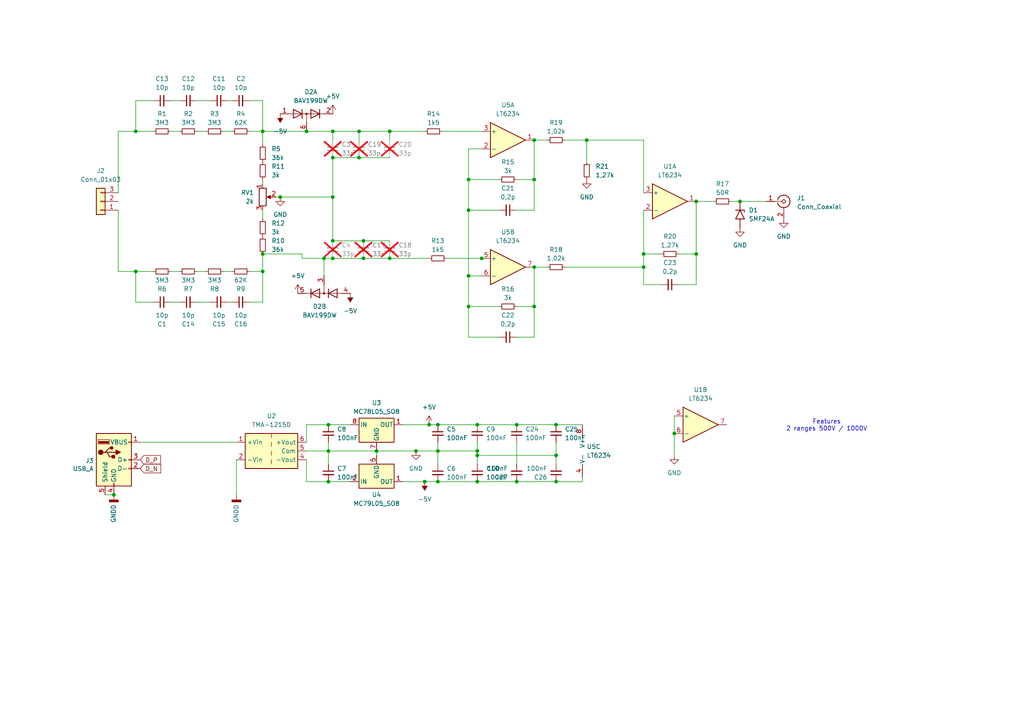
<source format=kicad_sch>
(kicad_sch (version 20231120) (generator "eeschema") (generator_version "8.0")
  (paper "A4")
  (lib_symbols
    (symbol "Amplifier_Operational:LT6234" (pin_names (offset 0.127))
      (property "Reference" "U" (at 0 5.08 0))
      (property "Value" "LT6234" (at 0 -5.08 0))
      (symbol "LT6234_1_1"
        (polyline (pts (xy -5.08 5.08) (xy 5.08 0) (xy -5.08 -5.08) (xy -5.08 5.08)) (stroke (width 0.254)) (fill (type background)))
        (pin output line (at 7.62 0 180) (length 2.54) (name "~") (number "1"))
        (pin input line (at -7.62 -2.54 0) (length 2.54) (name "-") (number "2"))
        (pin input line (at -7.62 2.54 0) (length 2.54) (name "+") (number "3"))
      )
      (symbol "LT6234_2_1"
        (polyline (pts (xy -5.08 5.08) (xy 5.08 0) (xy -5.08 -5.08) (xy -5.08 5.08)) (stroke (width 0.254)) (fill (type background)))
        (pin input line (at -7.62 2.54 0) (length 2.54) (name "+") (number "5"))
        (pin input line (at -7.62 -2.54 0) (length 2.54) (name "-") (number "6"))
        (pin output line (at 7.62 0 180) (length 2.54) (name "~") (number "7"))
      )
      (symbol "LT6234_3_1"
        (pin power_in line (at -2.54 -7.62 90) (length 3.81) (name "V-") (number "4"))
        (pin power_in line (at -2.54 7.62 270) (length 3.81) (name "V+") (number "8"))
      )
    )
    (symbol "Connector:Conn_Coaxial" (pin_names (offset 1.016) hide)
      (property "Reference" "J" (at 0.254 3.048 0))
      (property "Value" "Conn_Coaxial" (at 2.921 0 90))
      (symbol "Conn_Coaxial_0_1"
        (arc (start -1.778 -0.508) (mid 0.2311 -1.8066) (end 1.778 0) (stroke (width 0.254)))
        (polyline (pts (xy -2.54 0) (xy -0.508 0)))
        (polyline (pts (xy 0 -2.54) (xy 0 -1.778)))
        (circle (center 0 0) (radius 0.508) (stroke (width 0.2032)))
        (arc (start 1.778 0) (mid 0.2099 1.8101) (end -1.778 0.508) (stroke (width 0.254)))
      )
      (symbol "Conn_Coaxial_1_1"
        (pin passive line (at -5.08 0 0) (length 2.54) (name "In") (number "1"))
        (pin passive line (at 0 -5.08 90) (length 2.54) (name "Ext") (number "2"))
      )
    )
    (symbol "Connector_Generic:Conn_01x03" (pin_names (offset 1.016) hide)
      (property "Reference" "J" (at 0 5.08 0))
      (property "Value" "Conn_01x03" (at 0 -5.08 0))
      (symbol "Conn_01x03_1_1"
        (rectangle (start -1.27 -2.413) (end 0 -2.667) (stroke (width 0.1524)))
        (rectangle (start -1.27 0.127) (end 0 -0.127) (stroke (width 0.1524)))
        (rectangle (start -1.27 2.667) (end 0 2.413) (stroke (width 0.1524)))
        (rectangle (start -1.27 3.81) (end 1.27 -3.81) (stroke (width 0.254)) (fill (type background)))
        (pin passive line (at -5.08 2.54 0) (length 3.81) (name "Pin_1") (number "1"))
        (pin passive line (at -5.08 0 0) (length 3.81) (name "Pin_2") (number "2"))
        (pin passive line (at -5.08 -2.54 0) (length 3.81) (name "Pin_3") (number "3"))
      )
    )
    (symbol "Converter_DCDC:TMA-1215D"
      (property "Reference" "U" (at -6.35 6.35 0))
      (property "Value" "TMA-1215D" (at 2.54 6.35 0))
      (symbol "TMA-1215D_0_1"
        (rectangle (start -7.62 5.08) (end 7.62 -5.08) (stroke (width 0.254)) (fill (type background)))
        (polyline (pts (xy 0 -2.54) (xy 0 -3.81)))
        (polyline (pts (xy 0 0) (xy 0 -1.27)))
        (polyline (pts (xy 0 2.54) (xy 0 1.27)))
        (polyline (pts (xy 0 5.08) (xy 0 3.81)))
      )
      (symbol "TMA-1215D_1_1"
        (pin power_in line (at -10.16 2.54 0) (length 2.54) (name "+Vin") (number "1"))
        (pin power_in line (at -10.16 -2.54 0) (length 2.54) (name "-Vin") (number "2"))
        (pin power_out line (at 10.16 -2.54 180) (length 2.54) (name "-Vout") (number "4"))
        (pin power_out line (at 10.16 0 180) (length 2.54) (name "Com") (number "5"))
        (pin power_out line (at 10.16 2.54 180) (length 2.54) (name "+Vout") (number "6"))
      )
    )
    (symbol "Device:C_Small" (pin_numbers hide) (pin_names (offset 0.254) hide)
      (property "Reference" "C" (at 0.254 1.778 0))
      (property "Value" "C_Small" (at 0.254 -2.032 0))
      (symbol "C_Small_0_1"
        (polyline (pts (xy -1.524 -0.508) (xy 1.524 -0.508)) (stroke (width 0.3302)))
        (polyline (pts (xy -1.524 0.508) (xy 1.524 0.508)) (stroke (width 0.3048)))
      )
      (symbol "C_Small_1_1"
        (pin passive line (at 0 2.54 270) (length 2.032) (name "~") (number "1"))
        (pin passive line (at 0 -2.54 90) (length 2.032) (name "~") (number "2"))
      )
    )
    (symbol "Device:R_Potentiometer" (pin_names (offset 1.016) hide)
      (property "Reference" "RV" (at -4.445 0 90))
      (property "Value" "R_Potentiometer" (at -2.54 0 90))
      (symbol "R_Potentiometer_0_1"
        (polyline (pts (xy 2.54 0) (xy 1.524 0)))
        (polyline (pts (xy 1.143 0) (xy 2.286 0.508) (xy 2.286 -0.508) (xy 1.143 0)) (fill (type outline)))
        (rectangle (start 1.016 2.54) (end -1.016 -2.54) (stroke (width 0.254)))
      )
      (symbol "R_Potentiometer_1_1"
        (pin passive line (at 0 3.81 270) (length 1.27) (name "1") (number "1"))
        (pin passive line (at 3.81 0 180) (length 1.27) (name "2") (number "2"))
        (pin passive line (at 0 -3.81 90) (length 1.27) (name "3") (number "3"))
      )
    )
    (symbol "Device:R_Small" (pin_numbers hide) (pin_names (offset 0.254) hide)
      (property "Reference" "R" (at 0.762 0.508 0))
      (property "Value" "R_Small" (at 0.762 -1.016 0))
      (symbol "R_Small_0_1"
        (rectangle (start -0.762 1.778) (end 0.762 -1.778) (stroke (width 0.2032)))
      )
      (symbol "R_Small_1_1"
        (pin passive line (at 0 2.54 270) (length 0.762) (name "~") (number "1"))
        (pin passive line (at 0 -2.54 90) (length 0.762) (name "~") (number "2"))
      )
    )
    (symbol "Diode:BAV199DW" (pin_names (offset 0.0254) hide)
      (property "Reference" "D" (at 0 2.54 0))
      (property "Value" "BAV199DW" (at 0 5.08 0))
      (symbol "BAV199DW_0_1"
        (polyline (pts (xy -5.08 0) (xy 5.08 0)))
        (polyline (pts (xy 0 0) (xy 0 -2.54)))
        (polyline (pts (xy -1.27 -1.27) (xy -1.27 1.27) (xy -1.27 1.27)) (stroke (width 0.254)))
        (polyline (pts (xy 3.81 1.27) (xy 3.81 -1.27) (xy 3.81 -1.27)) (stroke (width 0.254)))
        (polyline (pts (xy -3.81 1.27) (xy -1.27 0) (xy -3.81 -1.27) (xy -3.81 1.27) (xy -3.81 1.27) (xy -3.81 1.27)) (stroke (width 0.254)))
        (polyline (pts (xy 1.27 1.27) (xy 3.81 0) (xy 1.27 -1.27) (xy 1.27 1.27) (xy 1.27 1.27) (xy 1.27 1.27)) (stroke (width 0.254)))
        (circle (center 0 0) (radius 0.254) (fill (type outline)))
      )
      (symbol "BAV199DW_1_1"
        (polyline (pts (xy 6.35 0) (xy 7.62 0)))
        (pin passive line (at -7.62 0 0) (length 2.54) (name "A1") (number "1"))
        (pin passive line (at 7.62 0 180) (length 2.54) (name "K2") (number "2"))
        (pin passive line (at 0 -5.08 90) (length 2.54) (name "K3A4") (number "6"))
      )
      (symbol "BAV199DW_2_1"
        (polyline (pts (xy 6.35 0) (xy 7.62 0)))
        (pin passive line (at 0 -5.08 90) (length 2.54) (name "K1A2") (number "3"))
        (pin passive line (at -7.62 0 0) (length 2.54) (name "A3") (number "4"))
        (pin passive line (at 7.62 0 180) (length 2.54) (name "K4") (number "5"))
      )
    )
    (symbol "Diode:SMF24A" (pin_numbers hide) (pin_names (offset 1.016) hide)
      (property "Reference" "D" (at 0 2.54 0))
      (property "Value" "SMF24A" (at 0 -2.54 0))
      (symbol "SMF24A_0_1"
        (polyline (pts (xy -0.762 1.27) (xy -1.27 1.27) (xy -1.27 -1.27)) (stroke (width 0.254)))
        (polyline (pts (xy 1.27 1.27) (xy 1.27 -1.27) (xy -1.27 0) (xy 1.27 1.27)) (stroke (width 0.254)))
      )
      (symbol "SMF24A_1_1"
        (pin passive line (at -3.81 0 0) (length 2.54) (name "A1") (number "1"))
        (pin passive line (at 3.81 0 180) (length 2.54) (name "A2") (number "2"))
      )
    )
    (symbol "OvnCtrl-rescue:GNDD-power" (power) (pin_names (offset 0))
      (property "Value" "power_GNDD" (at 0 -3.175 0))
      (symbol "GNDD-power_0_1"
        (rectangle (start -1.27 -1.524) (end 1.27 -2.032) (stroke (width 0.254)) (fill (type outline)))
        (polyline (pts (xy 0 0) (xy 0 -1.524)))
      )
      (symbol "GNDD-power_1_1"
        (pin power_in line (at 0 0 270) (length 0) hide (name "GNDD") (number "1"))
      )
    )
    (symbol "OvnCtrl-rescue:USB_A-Connector-Templogger-rescue" (pin_names (offset 1.016))
      (property "Reference" "J" (at -5.08 11.43 0))
      (property "Value" "USB_A-Connector-Templogger-rescue" (at -5.08 8.89 0))
      (symbol "USB_A-Connector-Templogger-rescue_0_1"
        (rectangle (start -5.08 -7.62) (end 5.08 7.62) (stroke (width 0.254)) (fill (type background)))
        (circle (center -3.81 2.159) (radius 0.635) (stroke (width 0.254)) (fill (type outline)))
        (rectangle (start -1.524 4.826) (end -4.318 5.334) (fill (type outline)))
        (rectangle (start -1.27 4.572) (end -4.572 5.842))
        (circle (center -0.635 3.429) (radius 0.381) (stroke (width 0.254)) (fill (type outline)))
        (rectangle (start -0.127 -7.62) (end 0.127 -6.858))
        (polyline (pts (xy -3.175 2.159) (xy -2.54 2.159) (xy -1.27 3.429) (xy -0.635 3.429)) (stroke (width 0.254)))
        (polyline (pts (xy -2.54 2.159) (xy -1.905 2.159) (xy -1.27 0.889) (xy 0 0.889)) (stroke (width 0.254)))
        (polyline (pts (xy 0.635 2.794) (xy 0.635 1.524) (xy 1.905 2.159) (xy 0.635 2.794)) (stroke (width 0.254)) (fill (type outline)))
        (rectangle (start 0.254 1.27) (end -0.508 0.508) (stroke (width 0.254)) (fill (type outline)))
        (rectangle (start 5.08 -2.667) (end 4.318 -2.413))
        (rectangle (start 5.08 -0.127) (end 4.318 0.127))
        (rectangle (start 5.08 4.953) (end 4.318 5.207))
      )
      (symbol "USB_A-Connector-Templogger-rescue_1_1"
        (polyline (pts (xy -1.905 2.159) (xy 0.635 2.159)) (stroke (width 0.254)))
        (pin power_in line (at 7.62 5.08 180) (length 2.54) (name "VBUS") (number "1"))
        (pin passive line (at 7.62 -2.54 180) (length 2.54) (name "D-") (number "2"))
        (pin passive line (at 7.62 0 180) (length 2.54) (name "D+") (number "3"))
        (pin power_in line (at 0 -10.16 90) (length 2.54) (name "GND") (number "4"))
        (pin passive line (at -2.54 -10.16 90) (length 2.54) (name "Shield") (number "5"))
      )
    )
    (symbol "Regulator_Linear:MC78L05_SO8" (pin_names (offset 0.254))
      (property "Reference" "U" (at -3.81 3.175 0))
      (property "Value" "MC78L05_SO8" (at 0 3.175 0))
      (symbol "MC78L05_SO8_0_1"
        (rectangle (start -5.08 1.905) (end 5.08 -5.08) (stroke (width 0.254)) (fill (type background)))
      )
      (symbol "MC78L05_SO8_1_1"
        (pin power_out line (at 7.62 0 180) (length 2.54) (name "OUT") (number "1"))
        (pin passive line (at 0 -7.62 90) (length 2.54) hide (name "GND") (number "2"))
        (pin passive line (at 0 -7.62 90) (length 2.54) hide (name "GND") (number "3"))
        (pin no_connect line (at -5.08 -2.54 0) (length 2.54) hide (name "NC") (number "4"))
        (pin no_connect line (at 5.08 -2.54 180) (length 2.54) hide (name "NC") (number "5"))
        (pin passive line (at 0 -7.62 90) (length 2.54) hide (name "GND") (number "6"))
        (pin power_in line (at 0 -7.62 90) (length 2.54) (name "GND") (number "7"))
        (pin power_in line (at -7.62 0 0) (length 2.54) (name "IN") (number "8"))
      )
    )
    (symbol "Regulator_Linear:MC79L12_SO8" (pin_names (offset 0.254))
      (property "Reference" "U" (at -3.81 -3.175 0))
      (property "Value" "MC79L12_SO8" (at 0 -3.175 0))
      (symbol "MC79L12_SO8_0_1"
        (rectangle (start -5.08 5.08) (end 5.08 -1.905) (stroke (width 0.254)) (fill (type background)))
      )
      (symbol "MC79L12_SO8_1_1"
        (pin power_out line (at 7.62 0 180) (length 2.54) (name "OUT") (number "1"))
        (pin power_in line (at -7.62 0 0) (length 2.54) (name "IN") (number "2"))
        (pin passive line (at -7.62 0 0) (length 2.54) hide (name "IN") (number "3"))
        (pin no_connect line (at 5.08 2.54 180) (length 2.54) hide (name "NC") (number "4"))
        (pin power_in line (at 0 7.62 270) (length 2.54) (name "GND") (number "5"))
        (pin passive line (at -7.62 0 0) (length 2.54) hide (name "IN") (number "6"))
        (pin passive line (at -7.62 0 0) (length 2.54) hide (name "IN") (number "7"))
        (pin no_connect line (at -5.08 2.54 0) (length 2.54) hide (name "NC") (number "8"))
      )
    )
    (symbol "power:+5V" (power) (pin_numbers hide) (pin_names (offset 0) hide)
      (property "Value" "+5V" (at 0 3.556 0))
      (symbol "+5V_0_1"
        (polyline (pts (xy -0.762 1.27) (xy 0 2.54)))
        (polyline (pts (xy 0 0) (xy 0 2.54)))
        (polyline (pts (xy 0 2.54) (xy 0.762 1.27)))
      )
      (symbol "+5V_1_1"
        (pin power_in line (at 0 0 90) (length 0) (name "~") (number "1"))
      )
    )
    (symbol "power:-5V" (power) (pin_numbers hide) (pin_names (offset 0) hide)
      (property "Value" "-5V" (at 0 3.556 0))
      (symbol "-5V_0_0"
        (pin power_in line (at 0 0 90) (length 0) (name "~") (number "1"))
      )
      (symbol "-5V_0_1"
        (polyline (pts (xy 0 0) (xy 0 1.27) (xy 0.762 1.27) (xy 0 2.54) (xy -0.762 1.27) (xy 0 1.27)) (fill (type outline)))
      )
    )
    (symbol "power:GND" (power) (pin_numbers hide) (pin_names (offset 0) hide)
      (property "Value" "GND" (at 0 -3.81 0))
      (symbol "GND_0_1"
        (polyline (pts (xy 0 0) (xy 0 -1.27) (xy 1.27 -1.27) (xy 0 -2.54) (xy -1.27 -1.27) (xy 0 -1.27)))
      )
      (symbol "GND_1_1"
        (pin power_in line (at 0 0 270) (length 0) (name "~") (number "1"))
      )
    )
  )
  (junction (at 123.19 139.7))
  (junction (at 127 130.81))
  (junction (at 39.37 38.1))
  (junction (at 186.69 73.66))
  (junction (at 135.89 52.07))
  (junction (at 104.14 38.1))
  (junction (at 161.29 123.19))
  (junction (at 96.52 57.15))
  (junction (at 138.43 139.7))
  (junction (at 124.46 123.19))
  (junction (at 120.65 130.81))
  (junction (at 186.69 77.47))
  (junction (at 127 139.7))
  (junction (at 139.7 74.93))
  (junction (at 154.94 88.9))
  (junction (at 76.2 38.1))
  (junction (at 138.43 132.08))
  (junction (at 154.94 40.64))
  (junction (at 76.2 73.66))
  (junction (at 95.25 130.81))
  (junction (at 96.52 74.93))
  (junction (at 154.94 52.07))
  (junction (at 135.89 88.9))
  (junction (at 81.28 57.15))
  (junction (at 96.52 38.1))
  (junction (at 113.03 38.1))
  (junction (at 109.22 130.81))
  (junction (at 105.41 74.93))
  (junction (at 214.63 58.42))
  (junction (at 76.2 78.74))
  (junction (at 138.43 130.81))
  (junction (at 96.52 45.72))
  (junction (at 96.52 69.85))
  (junction (at 170.18 40.64))
  (junction (at 135.89 60.96))
  (junction (at 135.89 80.01))
  (junction (at 127 123.19))
  (junction (at 149.86 139.7))
  (junction (at 201.93 73.66))
  (junction (at 33.02 143.51))
  (junction (at 113.03 74.93))
  (junction (at 154.94 77.47))
  (junction (at 39.37 78.74))
  (junction (at 195.58 125.73))
  (junction (at 95.25 123.19))
  (junction (at 149.86 123.19))
  (junction (at 201.93 58.42))
  (junction (at 105.41 69.85))
  (junction (at 104.14 45.72))
  (junction (at 88.9 38.1))
  (junction (at 161.29 139.7))
  (junction (at 95.25 139.7))
  (junction (at 161.29 132.08))
  (junction (at 93.98 74.93))
  (junction (at 138.43 123.19))
  (wire (pts (xy 139.7 74.93) (xy 140.97 74.93)))
  (wire (pts (xy 154.94 52.07) (xy 154.94 40.64)))
  (wire (pts (xy 113.03 38.1) (xy 104.14 38.1)))
  (wire (pts (xy 76.2 38.1) (xy 76.2 41.91)))
  (wire (pts (xy 93.98 74.93) (xy 96.52 74.93)))
  (wire (pts (xy 39.37 29.21) (xy 39.37 38.1)))
  (wire (pts (xy 72.39 78.74) (xy 76.2 78.74)))
  (wire (pts (xy 96.52 69.85) (xy 105.41 69.85)))
  (wire (pts (xy 201.93 73.66) (xy 201.93 58.42)))
  (wire (pts (xy 127 130.81) (xy 138.43 130.81)))
  (wire (pts (xy 214.63 58.42) (xy 212.09 58.42)))
  (wire (pts (xy 161.29 123.19) (xy 168.91 123.19)))
  (wire (pts (xy 154.94 40.64) (xy 158.75 40.64)))
  (wire (pts (xy 149.86 60.96) (xy 154.94 60.96)))
  (wire (pts (xy 57.15 87.63) (xy 60.96 87.63)))
  (wire (pts (xy 44.45 87.63) (xy 39.37 87.63)))
  (wire (pts (xy 186.69 55.88) (xy 186.69 40.64)))
  (wire (pts (xy 170.18 40.64) (xy 170.18 46.99)))
  (wire (pts (xy 154.94 77.47) (xy 158.75 77.47)))
  (wire (pts (xy 64.77 78.74) (xy 67.31 78.74)))
  (wire (pts (xy 138.43 123.19) (xy 149.86 123.19)))
  (wire (pts (xy 40.64 128.27) (xy 68.58 128.27)))
  (wire (pts (xy 135.89 43.18) (xy 139.7 43.18)))
  (wire (pts (xy 138.43 132.08) (xy 138.43 134.62)))
  (wire (pts (xy 104.14 45.72) (xy 113.03 45.72)))
  (wire (pts (xy 68.58 133.35) (xy 68.58 143.51)))
  (wire (pts (xy 139.7 80.01) (xy 135.89 80.01)))
  (wire (pts (xy 149.86 123.19) (xy 161.29 123.19)))
  (wire (pts (xy 72.39 87.63) (xy 76.2 87.63)))
  (wire (pts (xy 105.41 69.85) (xy 113.03 69.85)))
  (wire (pts (xy 195.58 120.65) (xy 195.58 125.73)))
  (wire (pts (xy 76.2 29.21) (xy 76.2 38.1)))
  (wire (pts (xy 44.45 38.1) (xy 39.37 38.1)))
  (wire (pts (xy 138.43 139.7) (xy 127 139.7)))
  (wire (pts (xy 64.77 38.1) (xy 67.31 38.1)))
  (wire (pts (xy 135.89 52.07) (xy 144.78 52.07)))
  (wire (pts (xy 76.2 73.66) (xy 87.63 73.66)))
  (wire (pts (xy 127 128.27) (xy 127 130.81)))
  (wire (pts (xy 76.2 60.96) (xy 76.2 63.5)))
  (wire (pts (xy 135.89 97.79) (xy 135.89 88.9)))
  (wire (pts (xy 88.9 139.7) (xy 88.9 133.35)))
  (wire (pts (xy 120.65 130.81) (xy 127 130.81)))
  (wire (pts (xy 95.25 130.81) (xy 95.25 134.62)))
  (wire (pts (xy 88.9 130.81) (xy 95.25 130.81)))
  (wire (pts (xy 154.94 77.47) (xy 154.94 88.9)))
  (wire (pts (xy 34.29 78.74) (xy 34.29 60.96)))
  (wire (pts (xy 44.45 78.74) (xy 39.37 78.74)))
  (wire (pts (xy 49.53 87.63) (xy 52.07 87.63)))
  (wire (pts (xy 135.89 60.96) (xy 135.89 52.07)))
  (wire (pts (xy 138.43 139.7) (xy 149.86 139.7)))
  (wire (pts (xy 96.52 45.72) (xy 96.52 57.15)))
  (wire (pts (xy 39.37 38.1) (xy 34.29 38.1)))
  (wire (pts (xy 186.69 82.55) (xy 186.69 77.47)))
  (wire (pts (xy 93.98 74.93) (xy 93.98 80.01)))
  (wire (pts (xy 113.03 74.93) (xy 124.46 74.93)))
  (wire (pts (xy 170.18 40.64) (xy 163.83 40.64)))
  (wire (pts (xy 149.86 52.07) (xy 154.94 52.07)))
  (wire (pts (xy 39.37 87.63) (xy 39.37 78.74)))
  (wire (pts (xy 138.43 128.27) (xy 138.43 130.81)))
  (wire (pts (xy 72.39 29.21) (xy 76.2 29.21)))
  (wire (pts (xy 149.86 139.7) (xy 161.29 139.7)))
  (wire (pts (xy 113.03 38.1) (xy 113.03 40.64)))
  (wire (pts (xy 149.86 128.27) (xy 149.86 134.62)))
  (wire (pts (xy 138.43 132.08) (xy 161.29 132.08)))
  (wire (pts (xy 161.29 128.27) (xy 161.29 132.08)))
  (wire (pts (xy 49.53 78.74) (xy 52.07 78.74)))
  (wire (pts (xy 66.04 29.21) (xy 67.31 29.21)))
  (wire (pts (xy 33.02 143.51) (xy 30.48 143.51)))
  (wire (pts (xy 196.85 73.66) (xy 201.93 73.66)))
  (wire (pts (xy 105.41 74.93) (xy 113.03 74.93)))
  (wire (pts (xy 76.2 52.07) (xy 76.2 53.34)))
  (wire (pts (xy 109.22 130.81) (xy 109.22 132.08)))
  (wire (pts (xy 191.77 82.55) (xy 186.69 82.55)))
  (wire (pts (xy 104.14 38.1) (xy 104.14 40.64)))
  (wire (pts (xy 129.54 74.93) (xy 139.7 74.93)))
  (wire (pts (xy 186.69 73.66) (xy 186.69 77.47)))
  (wire (pts (xy 196.85 82.55) (xy 201.93 82.55)))
  (wire (pts (xy 135.89 88.9) (xy 144.78 88.9)))
  (wire (pts (xy 186.69 77.47) (xy 163.83 77.47)))
  (wire (pts (xy 57.15 29.21) (xy 60.96 29.21)))
  (wire (pts (xy 161.29 139.7) (xy 168.91 139.7)))
  (wire (pts (xy 116.84 123.19) (xy 124.46 123.19)))
  (wire (pts (xy 144.78 60.96) (xy 135.89 60.96)))
  (wire (pts (xy 88.9 123.19) (xy 95.25 123.19)))
  (wire (pts (xy 96.52 40.64) (xy 96.52 38.1)))
  (wire (pts (xy 49.53 29.21) (xy 52.07 29.21)))
  (wire (pts (xy 135.89 60.96) (xy 135.89 80.01)))
  (wire (pts (xy 76.2 87.63) (xy 76.2 78.74)))
  (wire (pts (xy 127 130.81) (xy 127 134.62)))
  (wire (pts (xy 88.9 128.27) (xy 88.9 123.19)))
  (wire (pts (xy 109.22 130.81) (xy 120.65 130.81)))
  (wire (pts (xy 201.93 82.55) (xy 201.93 73.66)))
  (wire (pts (xy 87.63 74.93) (xy 93.98 74.93)))
  (wire (pts (xy 95.25 130.81) (xy 109.22 130.81)))
  (wire (pts (xy 149.86 97.79) (xy 154.94 97.79)))
  (wire (pts (xy 34.29 78.74) (xy 39.37 78.74)))
  (wire (pts (xy 80.01 57.15) (xy 81.28 57.15)))
  (wire (pts (xy 113.03 38.1) (xy 123.19 38.1)))
  (wire (pts (xy 186.69 73.66) (xy 191.77 73.66)))
  (wire (pts (xy 123.19 139.7) (xy 127 139.7)))
  (wire (pts (xy 222.25 58.42) (xy 214.63 58.42)))
  (wire (pts (xy 186.69 40.64) (xy 170.18 40.64)))
  (wire (pts (xy 76.2 38.1) (xy 88.9 38.1)))
  (wire (pts (xy 104.14 38.1) (xy 96.52 38.1)))
  (wire (pts (xy 135.89 80.01) (xy 135.89 88.9)))
  (wire (pts (xy 34.29 38.1) (xy 34.29 55.88)))
  (wire (pts (xy 116.84 139.7) (xy 123.19 139.7)))
  (wire (pts (xy 87.63 73.66) (xy 87.63 74.93)))
  (wire (pts (xy 161.29 132.08) (xy 161.29 134.62)))
  (wire (pts (xy 149.86 88.9) (xy 154.94 88.9)))
  (wire (pts (xy 66.04 87.63) (xy 67.31 87.63)))
  (wire (pts (xy 88.9 38.1) (xy 96.52 38.1)))
  (wire (pts (xy 96.52 74.93) (xy 105.41 74.93)))
  (wire (pts (xy 44.45 29.21) (xy 39.37 29.21)))
  (wire (pts (xy 96.52 45.72) (xy 104.14 45.72)))
  (wire (pts (xy 95.25 123.19) (xy 101.6 123.19)))
  (wire (pts (xy 124.46 123.19) (xy 127 123.19)))
  (wire (pts (xy 57.15 78.74) (xy 59.69 78.74)))
  (wire (pts (xy 101.6 139.7) (xy 95.25 139.7)))
  (wire (pts (xy 138.43 130.81) (xy 138.43 132.08)))
  (wire (pts (xy 127 123.19) (xy 138.43 123.19)))
  (wire (pts (xy 128.27 38.1) (xy 139.7 38.1)))
  (wire (pts (xy 154.94 97.79) (xy 154.94 88.9)))
  (wire (pts (xy 201.93 58.42) (xy 207.01 58.42)))
  (wire (pts (xy 186.69 60.96) (xy 186.69 73.66)))
  (wire (pts (xy 76.2 78.74) (xy 76.2 73.66)))
  (wire (pts (xy 168.91 138.43) (xy 168.91 139.7)))
  (wire (pts (xy 154.94 60.96) (xy 154.94 52.07)))
  (wire (pts (xy 49.53 38.1) (xy 52.07 38.1)))
  (wire (pts (xy 96.52 57.15) (xy 96.52 69.85)))
  (wire (pts (xy 95.25 128.27) (xy 95.25 130.81)))
  (wire (pts (xy 195.58 125.73) (xy 195.58 132.08)))
  (wire (pts (xy 95.25 139.7) (xy 88.9 139.7)))
  (wire (pts (xy 57.15 38.1) (xy 59.69 38.1)))
  (wire (pts (xy 81.28 57.15) (xy 96.52 57.15)))
  (wire (pts (xy 72.39 38.1) (xy 76.2 38.1)))
  (wire (pts (xy 144.78 97.79) (xy 135.89 97.79)))
  (wire (pts (xy 135.89 52.07) (xy 135.89 43.18)))
  (text "Features\n2 ranges 500V / 1000V" (at 239.776 123.444 0) (effects (font (size 1.27 1.27))))
  (global_label "D_P" (shape input) (at 40.64 133.35 0) (property "Intersheetrefs" "${INTERSHEET_REFS}" (effects (hide yes))))
  (global_label "D_N" (shape input) (at 40.64 135.89 0) (property "Intersheetrefs" "${INTERSHEET_REFS}" (effects (hide yes))))
  (symbol (lib_id "Device:R_Small") (at 170.18 49.53 0) (unit 1)
    (property "Reference" "R21" (at 172.72 48.2599 0) (effects (justify left)))
    (property "Value" "1,27k" (at 172.72 50.7999 0) (effects (justify left)))
    (property "Footprint" "Resistor_SMD:R_0805_2012Metric" (effects (hide yes)))
    (property "Description" "Resistor, small symbol" (effects (hide yes)))
  )
  (symbol (lib_id "power:-5V") (at 81.28 33.02 180) (unit 1)
    (property "Reference" "#PWR011" (effects (hide yes)))
    (property "Value" "-5V" (at 81.28 38.1 0))
    (property "Description" "Power symbol creates a global label with name \"-5V\"" (effects (hide yes)))
  )
  (symbol (lib_id "OvnCtrl-rescue:GNDD-power") (at 33.02 143.51 0) (mirror y) (unit 1)
    (property "Reference" "#PWR04" (effects (hide yes)))
    (property "Value" "GNDD" (at 32.9184 146.304 90) (effects (justify right)))
  )
  (symbol (lib_id "Device:C_Small") (at 69.85 29.21 90) (unit 1)
    (property "Reference" "C2" (at 69.8563 22.86 90))
    (property "Value" "10p" (at 69.8563 25.4 90))
    (property "Footprint" "Capacitor_SMD:C_0805_2012Metric" (effects (hide yes)))
    (property "Description" "Unpolarized capacitor, small symbol" (effects (hide yes)))
  )
  (symbol (lib_id "Device:C_Small") (at 138.43 125.73 0) (unit 1)
    (property "Reference" "C9" (at 140.97 124.4662 0) (effects (justify left)))
    (property "Value" "100nF" (at 140.97 127.0062 0) (effects (justify left)))
    (property "Footprint" "Capacitor_SMD:C_0805_2012Metric" (effects (hide yes)))
    (property "Description" "Unpolarized capacitor, small symbol" (effects (hide yes)))
  )
  (symbol (lib_id "OvnCtrl-rescue:USB_A-Connector-Templogger-rescue") (at 33.02 133.35 0) (unit 1)
    (property "Reference" "J3" (at 27.178 133.6294 0) (effects (justify right)))
    (property "Value" "USB_A" (at 27.178 135.9408 0) (effects (justify right)))
    (property "Footprint" "Connector_USB:USB_Mini-B_Wuerth_65100516121_Horizontal" (effects (hide yes)))
  )
  (symbol (lib_id "Device:R_Small") (at 69.85 78.74 90) (mirror x) (unit 1)
    (property "Reference" "R9" (at 69.85 83.82 90))
    (property "Value" "62K" (at 69.85 81.28 90))
    (property "Footprint" "Resistor_SMD:R_0805_2012Metric" (effects (hide yes)))
    (property "Description" "Resistor, small symbol" (effects (hide yes)))
  )
  (symbol (lib_id "power:GND") (at 120.65 130.81 0) (unit 1)
    (property "Reference" "#PWR06" (effects (hide yes)))
    (property "Value" "GND" (at 120.65 135.89 0))
    (property "Description" "Power symbol creates a global label with name \"GND\" , ground" (effects (hide yes)))
  )
  (symbol (lib_id "Device:C_Small") (at 95.25 137.16 0) (unit 1)
    (property "Reference" "C7" (at 97.79 135.8962 0) (effects (justify left)))
    (property "Value" "100nF" (at 97.79 138.4362 0) (effects (justify left)))
    (property "Footprint" "Capacitor_SMD:C_0805_2012Metric" (effects (hide yes)))
    (property "Description" "Unpolarized capacitor, small symbol" (effects (hide yes)))
  )
  (symbol (lib_id "Device:R_Small") (at 76.2 49.53 180) (unit 1)
    (property "Reference" "R11" (at 78.74 48.2599 0) (effects (justify right)))
    (property "Value" "3k" (at 78.74 50.7999 0) (effects (justify right)))
    (property "Footprint" "Resistor_SMD:R_0805_2012Metric" (effects (hide yes)))
    (property "Description" "Resistor, small symbol" (effects (hide yes)))
  )
  (symbol (lib_id "Device:R_Potentiometer") (at 76.2 57.15 0) (unit 1)
    (property "Reference" "RV1" (at 73.66 55.8799 0) (effects (justify right)))
    (property "Value" "2k" (at 73.66 58.4199 0) (effects (justify right)))
    (property "Description" "Potentiometer" (effects (hide yes)))
  )
  (symbol (lib_id "Amplifier_Operational:LT6234") (at 147.32 40.64 0) (unit 1)
    (property "Reference" "U5" (at 147.32 30.48 0))
    (property "Value" "LT6234" (at 147.32 33.02 0))
    (property "Datasheet" "https://www.analog.com/media/en/technical-documentation/data-sheets/623345fc.pdf" (effects (hide yes)))
    (property "Description" "Dual 60MHz, Rail-to-Rail Output, 1.9nV/√Hz, 1.2mA, Operational Amplifier, SOIC-8" (effects (hide yes)))
  )
  (symbol (lib_id "Device:R_Small") (at 46.99 38.1 90) (unit 1)
    (property "Reference" "R1" (at 46.99 33.02 90))
    (property "Value" "3M3" (at 46.99 35.56 90))
    (property "Footprint" "Resistor_SMD:R_0805_2012Metric" (effects (hide yes)))
    (property "Description" "Resistor, small symbol" (effects (hide yes)))
  )
  (symbol (lib_id "power:+5V") (at 86.36 85.09 0) (unit 1)
    (property "Reference" "#PWR09" (effects (hide yes)))
    (property "Value" "+5V" (at 86.36 80.01 0))
    (property "Description" "Power symbol creates a global label with name \"+5V\"" (effects (hide yes)))
  )
  (symbol (lib_id "Device:C_Small") (at 96.52 43.18 180) (unit 1) (dnp yes)
    (property "Reference" "C3" (at 99.06 41.9035 0) (effects (justify right)))
    (property "Value" "33p" (at 99.06 44.4435 0) (effects (justify right)))
    (property "Footprint" "Capacitor_SMD:C_0805_2012Metric" (effects (hide yes)))
    (property "Description" "Unpolarized capacitor, small symbol" (effects (hide yes)))
  )
  (symbol (lib_id "Device:C_Small") (at 104.14 43.18 180) (unit 1) (dnp yes)
    (property "Reference" "C19" (at 106.68 41.9035 0) (effects (justify right)))
    (property "Value" "33p" (at 106.68 44.4435 0) (effects (justify right)))
    (property "Footprint" "Capacitor_SMD:C_0805_2012Metric" (effects (hide yes)))
    (property "Description" "Unpolarized capacitor, small symbol" (effects (hide yes)))
  )
  (symbol (lib_id "Device:C_Small") (at 147.32 60.96 270) (unit 1)
    (property "Reference" "C21" (at 147.3136 54.61 90))
    (property "Value" "0,2p" (at 147.3136 57.15 90))
    (property "Footprint" "Capacitor_SMD:C_0805_2012Metric" (effects (hide yes)))
    (property "Description" "Unpolarized capacitor, small symbol" (effects (hide yes)))
  )
  (symbol (lib_id "Device:C_Small") (at 54.61 87.63 90) (mirror x) (unit 1)
    (property "Reference" "C14" (at 54.6163 93.98 90))
    (property "Value" "10p" (at 54.6163 91.44 90))
    (property "Footprint" "Capacitor_SMD:C_0805_2012Metric" (effects (hide yes)))
    (property "Description" "Unpolarized capacitor, small symbol" (effects (hide yes)))
  )
  (symbol (lib_id "Device:R_Small") (at 46.99 78.74 90) (mirror x) (unit 1)
    (property "Reference" "R6" (at 46.99 83.82 90))
    (property "Value" "3M3" (at 46.99 81.28 90))
    (property "Footprint" "Resistor_SMD:R_0805_2012Metric" (effects (hide yes)))
    (property "Description" "Resistor, small symbol" (effects (hide yes)))
  )
  (symbol (lib_id "power:GND") (at 227.33 63.5 0) (unit 1)
    (property "Reference" "#PWR03" (effects (hide yes)))
    (property "Value" "GND" (at 227.33 68.58 0))
    (property "Description" "Power symbol creates a global label with name \"GND\" , ground" (effects (hide yes)))
  )
  (symbol (lib_id "Device:R_Small") (at 62.23 38.1 90) (unit 1)
    (property "Reference" "R3" (at 62.23 33.02 90))
    (property "Value" "3M3" (at 62.23 35.56 90))
    (property "Footprint" "Resistor_SMD:R_0805_2012Metric" (effects (hide yes)))
    (property "Description" "Resistor, small symbol" (effects (hide yes)))
  )
  (symbol (lib_id "Device:C_Small") (at 69.85 87.63 90) (mirror x) (unit 1)
    (property "Reference" "C16" (at 69.8563 93.98 90))
    (property "Value" "10p" (at 69.8563 91.44 90))
    (property "Footprint" "Capacitor_SMD:C_0805_2012Metric" (effects (hide yes)))
    (property "Description" "Unpolarized capacitor, small symbol" (effects (hide yes)))
  )
  (symbol (lib_id "Device:C_Small") (at 46.99 87.63 90) (mirror x) (unit 1)
    (property "Reference" "C1" (at 46.9963 93.98 90))
    (property "Value" "10p" (at 46.9963 91.44 90))
    (property "Footprint" "Capacitor_SMD:C_0805_2012Metric" (effects (hide yes)))
    (property "Description" "Unpolarized capacitor, small symbol" (effects (hide yes)))
  )
  (symbol (lib_id "Device:C_Small") (at 138.43 137.16 0) (unit 1)
    (property "Reference" "C10" (at 140.97 135.8962 0) (effects (justify left)))
    (property "Value" "100nF" (at 140.97 138.4362 0) (effects (justify left)))
    (property "Footprint" "Capacitor_SMD:C_0805_2012Metric" (effects (hide yes)))
    (property "Description" "Unpolarized capacitor, small symbol" (effects (hide yes)))
  )
  (symbol (lib_id "Device:C_Small") (at 161.29 137.16 180) (unit 1)
    (property "Reference" "C26" (at 158.75 138.4238 0) (effects (justify left)))
    (property "Value" "100nF" (at 158.75 135.8838 0) (effects (justify left)))
    (property "Footprint" "Capacitor_SMD:C_0805_2012Metric" (effects (hide yes)))
    (property "Description" "Unpolarized capacitor, small symbol" (effects (hide yes)))
  )
  (symbol (lib_id "Device:C_Small") (at 127 125.73 0) (unit 1)
    (property "Reference" "C5" (at 129.54 124.4662 0) (effects (justify left)))
    (property "Value" "100nF" (at 129.54 127.0062 0) (effects (justify left)))
    (property "Footprint" "Capacitor_SMD:C_0805_2012Metric" (effects (hide yes)))
    (property "Description" "Unpolarized capacitor, small symbol" (effects (hide yes)))
  )
  (symbol (lib_id "power:+5V") (at 124.46 123.19 0) (unit 1)
    (property "Reference" "#PWR015" (effects (hide yes)))
    (property "Value" "+5V" (at 124.46 118.11 0))
    (property "Description" "Power symbol creates a global label with name \"+5V\"" (effects (hide yes)))
  )
  (symbol (lib_id "Device:R_Small") (at 147.32 88.9 270) (unit 1)
    (property "Reference" "R16" (at 147.32 83.82 90))
    (property "Value" "3k" (at 147.32 86.36 90))
    (property "Footprint" "Resistor_SMD:R_0805_2012Metric" (effects (hide yes)))
    (property "Description" "Resistor, small symbol" (effects (hide yes)))
  )
  (symbol (lib_id "Diode:SMF24A") (at 214.63 62.23 270) (unit 1)
    (property "Reference" "D1" (at 217.17 60.9599 90) (effects (justify left)))
    (property "Value" "SMF24A" (at 217.17 63.4999 90) (effects (justify left)))
    (property "Footprint" "Diode_SMD:D_SMF" (effects (hide yes)))
    (property "Datasheet" "https://www.vishay.com/doc?85881" (effects (hide yes)))
    (property "Description" "200W unidirectional Transil Transient Voltage Suppressor, 24Vrwm, SMF" (effects (hide yes)))
  )
  (symbol (lib_id "Diode:BAV199DW") (at 93.98 85.09 180) (unit 2)
    (property "Reference" "D2" (at 92.71 88.9 0))
    (property "Value" "BAV199DW" (at 92.71 91.44 0))
    (property "Footprint" "Package_TO_SOT_SMD:SOT-363_SC-70-6" (effects (hide yes)))
    (property "Datasheet" "https://www.diodes.com/assets/Datasheets/ds30417.pdf" (effects (hide yes)))
    (property "Description" "Quad Surface Mount Low Leakage Diode, SOT-363" (effects (hide yes)))
  )
  (symbol (lib_id "Converter_DCDC:TMA-1215D") (at 78.74 130.81 0) (unit 1)
    (property "Reference" "U2" (at 78.74 120.65 0))
    (property "Value" "TMA-1215D" (at 78.74 123.19 0))
    (property "Footprint" "Converter_DCDC:Converter_DCDC_TRACO_TMA-05xxD_12xxD_Dual_THT" (effects (hide yes)))
    (property "Datasheet" "https://www.tracopower.com/products/tma.pdf" (effects (hide yes)))
    (property "Description" "1W DC/DC converter unregulated, 10.8-13.2V input, ±15V fixed output voltage, 34mA each output, 1.0kVDC isolation, SIP-7" (effects (hide yes)))
  )
  (symbol (lib_id "Regulator_Linear:MC78L05_SO8") (at 109.22 123.19 0) (unit 1)
    (property "Reference" "U3" (at 109.22 116.84 0))
    (property "Value" "MC78L05_SO8" (at 109.22 119.38 0))
    (property "Footprint" "Package_SO:SOIC-8_3.9x4.9mm_P1.27mm" (effects (hide yes)))
    (property "Datasheet" "https://www.onsemi.com/pub/Collateral/MC78L00A-D.PDF" (effects (hide yes)))
    (property "Description" "Positive 100mA 30V Linear Regulator, Fixed Output 5V, SO-8" (effects (hide yes)))
  )
  (symbol (lib_id "Amplifier_Operational:LT6234") (at 171.45 130.81 0) (unit 3)
    (property "Reference" "U5" (at 170.18 129.5399 0) (effects (justify left)))
    (property "Value" "LT6234" (at 170.18 132.0799 0) (effects (justify left)))
    (property "Datasheet" "https://www.analog.com/media/en/technical-documentation/data-sheets/623345fc.pdf" (effects (hide yes)))
    (property "Description" "Dual 60MHz, Rail-to-Rail Output, 1.9nV/√Hz, 1.2mA, Operational Amplifier, SOIC-8" (effects (hide yes)))
  )
  (symbol (lib_id "Device:R_Small") (at 161.29 77.47 270) (unit 1)
    (property "Reference" "R18" (at 161.29 72.39 90))
    (property "Value" "1,02k" (at 161.29 74.93 90))
    (property "Footprint" "Resistor_SMD:R_0805_2012Metric" (effects (hide yes)))
    (property "Description" "Resistor, small symbol" (effects (hide yes)))
  )
  (symbol (lib_id "Device:R_Small") (at 69.85 38.1 90) (unit 1)
    (property "Reference" "R4" (at 69.85 33.02 90))
    (property "Value" "62K" (at 69.85 35.56 90))
    (property "Footprint" "Resistor_SMD:R_0805_2012Metric" (effects (hide yes)))
    (property "Description" "Resistor, small symbol" (effects (hide yes)))
  )
  (symbol (lib_id "Device:R_Small") (at 54.61 78.74 90) (mirror x) (unit 1)
    (property "Reference" "R7" (at 54.61 83.82 90))
    (property "Value" "3M3" (at 54.61 81.28 90))
    (property "Footprint" "Resistor_SMD:R_0805_2012Metric" (effects (hide yes)))
    (property "Description" "Resistor, small symbol" (effects (hide yes)))
  )
  (symbol (lib_id "Device:C_Small") (at 46.99 29.21 90) (unit 1)
    (property "Reference" "C13" (at 46.9963 22.86 90))
    (property "Value" "10p" (at 46.9963 25.4 90))
    (property "Footprint" "Capacitor_SMD:C_0805_2012Metric" (effects (hide yes)))
    (property "Description" "Unpolarized capacitor, small symbol" (effects (hide yes)))
  )
  (symbol (lib_id "Device:R_Small") (at 194.31 73.66 270) (unit 1)
    (property "Reference" "R20" (at 194.31 68.58 90))
    (property "Value" "1,27k" (at 194.31 71.12 90))
    (property "Footprint" "Resistor_SMD:R_0805_2012Metric" (effects (hide yes)))
    (property "Description" "Resistor, small symbol" (effects (hide yes)))
  )
  (symbol (lib_id "Amplifier_Operational:LT6234") (at 203.2 123.19 0) (unit 2)
    (property "Reference" "U1" (at 203.2 113.03 0))
    (property "Value" "LT6234" (at 203.2 115.57 0))
    (property "Datasheet" "https://www.analog.com/media/en/technical-documentation/data-sheets/623345fc.pdf" (effects (hide yes)))
    (property "Description" "Dual 60MHz, Rail-to-Rail Output, 1.9nV/√Hz, 1.2mA, Operational Amplifier, SOIC-8" (effects (hide yes)))
  )
  (symbol (lib_id "power:GND") (at 170.18 52.07 0) (unit 1)
    (property "Reference" "#PWR014" (effects (hide yes)))
    (property "Value" "GND" (at 170.18 57.15 0))
    (property "Description" "Power symbol creates a global label with name \"GND\" , ground" (effects (hide yes)))
  )
  (symbol (lib_id "Device:R_Small") (at 125.73 38.1 270) (unit 1)
    (property "Reference" "R14" (at 125.73 33.02 90))
    (property "Value" "1k5" (at 125.73 35.56 90))
    (property "Footprint" "Resistor_SMD:R_0805_2012Metric" (effects (hide yes)))
    (property "Description" "Resistor, small symbol" (effects (hide yes)))
  )
  (symbol (lib_id "Device:R_Small") (at 127 74.93 270) (unit 1)
    (property "Reference" "R13" (at 127 69.85 90))
    (property "Value" "1k5" (at 127 72.39 90))
    (property "Footprint" "Resistor_SMD:R_0805_2012Metric" (effects (hide yes)))
    (property "Description" "Resistor, small symbol" (effects (hide yes)))
  )
  (symbol (lib_id "Device:C_Small") (at 95.25 125.73 0) (unit 1)
    (property "Reference" "C8" (at 97.79 124.4662 0) (effects (justify left)))
    (property "Value" "100nF" (at 97.79 127.0062 0) (effects (justify left)))
    (property "Footprint" "Capacitor_SMD:C_0805_2012Metric" (effects (hide yes)))
    (property "Description" "Unpolarized capacitor, small symbol" (effects (hide yes)))
  )
  (symbol (lib_id "power:GND") (at 195.58 132.08 0) (unit 1)
    (property "Reference" "#PWR02" (effects (hide yes)))
    (property "Value" "GND" (at 195.58 137.16 0))
    (property "Description" "Power symbol creates a global label with name \"GND\" , ground" (effects (hide yes)))
  )
  (symbol (lib_id "Device:R_Small") (at 147.32 52.07 270) (unit 1)
    (property "Reference" "R15" (at 147.32 46.99 90))
    (property "Value" "3k" (at 147.32 49.53 90))
    (property "Footprint" "Resistor_SMD:R_0805_2012Metric" (effects (hide yes)))
    (property "Description" "Resistor, small symbol" (effects (hide yes)))
  )
  (symbol (lib_id "Amplifier_Operational:LT6234") (at 147.32 77.47 0) (unit 2)
    (property "Reference" "U5" (at 147.32 67.31 0))
    (property "Value" "LT6234" (at 147.32 69.85 0))
    (property "Datasheet" "https://www.analog.com/media/en/technical-documentation/data-sheets/623345fc.pdf" (effects (hide yes)))
    (property "Description" "Dual 60MHz, Rail-to-Rail Output, 1.9nV/√Hz, 1.2mA, Operational Amplifier, SOIC-8" (effects (hide yes)))
  )
  (symbol (lib_id "Device:R_Small") (at 161.29 40.64 270) (unit 1)
    (property "Reference" "R19" (at 161.29 35.56 90))
    (property "Value" "1,02k" (at 161.29 38.1 90))
    (property "Footprint" "Resistor_SMD:R_0805_2012Metric" (effects (hide yes)))
    (property "Description" "Resistor, small symbol" (effects (hide yes)))
  )
  (symbol (lib_id "Device:C_Small") (at 127 137.16 0) (unit 1)
    (property "Reference" "C6" (at 129.54 135.8962 0) (effects (justify left)))
    (property "Value" "100nF" (at 129.54 138.4362 0) (effects (justify left)))
    (property "Footprint" "Capacitor_SMD:C_0805_2012Metric" (effects (hide yes)))
    (property "Description" "Unpolarized capacitor, small symbol" (effects (hide yes)))
  )
  (symbol (lib_id "Device:C_Small") (at 113.03 72.39 180) (unit 1) (dnp yes)
    (property "Reference" "C18" (at 115.57 71.1135 0) (effects (justify right)))
    (property "Value" "33p" (at 115.57 73.6535 0) (effects (justify right)))
    (property "Footprint" "Capacitor_SMD:C_0805_2012Metric" (effects (hide yes)))
    (property "Description" "Unpolarized capacitor, small symbol" (effects (hide yes)))
  )
  (symbol (lib_id "Regulator_Linear:MC79L12_SO8") (at 109.22 139.7 0) (unit 1)
    (property "Reference" "U4" (at 109.22 143.51 0))
    (property "Value" "MC79L05_SO8" (at 109.22 146.05 0))
    (property "Footprint" "Package_SO:SOIC-8_3.9x4.9mm_P1.27mm" (effects (hide yes)))
    (property "Datasheet" "http://www.ti.com/lit/ds/symlink/lm79l.pdf" (effects (hide yes)))
    (property "Description" "Negative 100mA -35V Linear Regulator, Fixed Output -12V, SO-8" (effects (hide yes)))
  )
  (symbol (lib_id "Device:C_Small") (at 96.52 72.39 180) (unit 1) (dnp yes)
    (property "Reference" "C4" (at 99.06 71.1135 0) (effects (justify right)))
    (property "Value" "33p" (at 99.06 73.6535 0) (effects (justify right)))
    (property "Footprint" "Capacitor_SMD:C_0805_2012Metric" (effects (hide yes)))
    (property "Description" "Unpolarized capacitor, small symbol" (effects (hide yes)))
  )
  (symbol (lib_id "power:GND") (at 214.63 66.04 0) (unit 1)
    (property "Reference" "#PWR07" (effects (hide yes)))
    (property "Value" "GND" (at 214.63 71.12 0))
    (property "Description" "Power symbol creates a global label with name \"GND\" , ground" (effects (hide yes)))
  )
  (symbol (lib_id "Amplifier_Operational:LT6234") (at 194.31 58.42 0) (unit 1)
    (property "Reference" "U1" (at 194.31 48.26 0))
    (property "Value" "LT6234" (at 194.31 50.8 0))
    (property "Datasheet" "https://www.analog.com/media/en/technical-documentation/data-sheets/623345fc.pdf" (effects (hide yes)))
    (property "Description" "Dual 60MHz, Rail-to-Rail Output, 1.9nV/√Hz, 1.2mA, Operational Amplifier, SOIC-8" (effects (hide yes)))
  )
  (symbol (lib_id "power:-5V") (at 123.19 139.7 180) (unit 1)
    (property "Reference" "#PWR016" (effects (hide yes)))
    (property "Value" "-5V" (at 123.19 144.78 0))
    (property "Description" "Power symbol creates a global label with name \"-5V\"" (effects (hide yes)))
  )
  (symbol (lib_id "Device:C_Small") (at 113.03 43.18 180) (unit 1) (dnp yes)
    (property "Reference" "C20" (at 115.57 41.9035 0) (effects (justify right)))
    (property "Value" "33p" (at 115.57 44.4435 0) (effects (justify right)))
    (property "Footprint" "Capacitor_SMD:C_0805_2012Metric" (effects (hide yes)))
    (property "Description" "Unpolarized capacitor, small symbol" (effects (hide yes)))
  )
  (symbol (lib_id "Connector_Generic:Conn_01x03") (at 29.21 58.42 180) (unit 1)
    (property "Reference" "J2" (at 29.21 49.53 0))
    (property "Value" "Conn_01x03" (at 29.21 52.07 0))
    (property "Footprint" "Connector:FanPinHeader_1x03_P2.54mm_Vertical" (effects (hide yes)))
    (property "Description" "Generic connector, single row, 01x03, script generated (kicad-library-utils/schlib/autogen/connector/)" (effects (hide yes)))
  )
  (symbol (lib_id "Device:R_Small") (at 54.61 38.1 90) (unit 1)
    (property "Reference" "R2" (at 54.61 33.02 90))
    (property "Value" "3M3" (at 54.61 35.56 90))
    (property "Footprint" "Resistor_SMD:R_0805_2012Metric" (effects (hide yes)))
    (property "Description" "Resistor, small symbol" (effects (hide yes)))
  )
  (symbol (lib_id "Device:C_Small") (at 105.41 72.39 180) (unit 1) (dnp yes)
    (property "Reference" "C17" (at 107.95 71.1135 0) (effects (justify right)))
    (property "Value" "33p" (at 107.95 73.6535 0) (effects (justify right)))
    (property "Footprint" "Capacitor_SMD:C_0805_2012Metric" (effects (hide yes)))
    (property "Description" "Unpolarized capacitor, small symbol" (effects (hide yes)))
  )
  (symbol (lib_id "Device:C_Small") (at 54.61 29.21 90) (unit 1)
    (property "Reference" "C12" (at 54.6163 22.86 90))
    (property "Value" "10p" (at 54.6163 25.4 90))
    (property "Footprint" "Capacitor_SMD:C_0805_2012Metric" (effects (hide yes)))
    (property "Description" "Unpolarized capacitor, small symbol" (effects (hide yes)))
  )
  (symbol (lib_id "power:GND") (at 81.28 57.15 0) (unit 1)
    (property "Reference" "#PWR01" (effects (hide yes)))
    (property "Value" "GND" (at 81.28 62.23 0))
    (property "Description" "Power symbol creates a global label with name \"GND\" , ground" (effects (hide yes)))
  )
  (symbol (lib_id "Device:C_Small") (at 63.5 87.63 90) (mirror x) (unit 1)
    (property "Reference" "C15" (at 63.5063 93.98 90))
    (property "Value" "10p" (at 63.5063 91.44 90))
    (property "Footprint" "Capacitor_SMD:C_0805_2012Metric" (effects (hide yes)))
    (property "Description" "Unpolarized capacitor, small symbol" (effects (hide yes)))
  )
  (symbol (lib_id "power:-5V") (at 101.6 85.09 180) (unit 1)
    (property "Reference" "#PWR010" (effects (hide yes)))
    (property "Value" "-5V" (at 101.6 90.17 0))
    (property "Description" "Power symbol creates a global label with name \"-5V\"" (effects (hide yes)))
  )
  (symbol (lib_id "power:+5V") (at 96.52 33.02 0) (unit 1)
    (property "Reference" "#PWR08" (effects (hide yes)))
    (property "Value" "+5V" (at 96.52 27.94 0))
    (property "Description" "Power symbol creates a global label with name \"+5V\"" (effects (hide yes)))
  )
  (symbol (lib_id "Device:C_Small") (at 149.86 125.73 0) (unit 1)
    (property "Reference" "C24" (at 152.4 124.4662 0) (effects (justify left)))
    (property "Value" "100nF" (at 152.4 127.0062 0) (effects (justify left)))
    (property "Footprint" "Capacitor_SMD:C_0805_2012Metric" (effects (hide yes)))
    (property "Description" "Unpolarized capacitor, small symbol" (effects (hide yes)))
  )
  (symbol (lib_id "OvnCtrl-rescue:GNDD-power") (at 68.58 143.51 0) (mirror y) (unit 1)
    (property "Reference" "#PWR05" (effects (hide yes)))
    (property "Value" "GNDD" (at 68.4784 146.304 90) (effects (justify right)))
  )
  (symbol (lib_id "Device:R_Small") (at 62.23 78.74 90) (mirror x) (unit 1)
    (property "Reference" "R8" (at 62.23 83.82 90))
    (property "Value" "3M3" (at 62.23 81.28 90))
    (property "Footprint" "Resistor_SMD:R_0805_2012Metric" (effects (hide yes)))
    (property "Description" "Resistor, small symbol" (effects (hide yes)))
  )
  (symbol (lib_id "Device:C_Small") (at 161.29 125.73 0) (unit 1)
    (property "Reference" "C25" (at 163.83 124.4662 0) (effects (justify left)))
    (property "Value" "100nF" (at 163.83 127.0062 0) (effects (justify left)))
    (property "Footprint" "Capacitor_SMD:C_0805_2012Metric" (effects (hide yes)))
    (property "Description" "Unpolarized capacitor, small symbol" (effects (hide yes)))
  )
  (symbol (lib_id "Device:R_Small") (at 76.2 71.12 0) (mirror y) (unit 1)
    (property "Reference" "R10" (at 78.74 69.8499 0) (effects (justify right)))
    (property "Value" "36k" (at 78.74 72.3899 0) (effects (justify right)))
    (property "Footprint" "Resistor_SMD:R_0805_2012Metric" (effects (hide yes)))
    (property "Description" "Resistor, small symbol" (effects (hide yes)))
  )
  (symbol (lib_id "Device:C_Small") (at 63.5 29.21 90) (unit 1)
    (property "Reference" "C11" (at 63.5063 22.86 90))
    (property "Value" "10p" (at 63.5063 25.4 90))
    (property "Footprint" "Capacitor_SMD:C_0805_2012Metric" (effects (hide yes)))
    (property "Description" "Unpolarized capacitor, small symbol" (effects (hide yes)))
  )
  (symbol (lib_id "Device:C_Small") (at 194.31 82.55 270) (unit 1)
    (property "Reference" "C23" (at 194.3036 76.2 90))
    (property "Value" "0,2p" (at 194.3036 78.74 90))
    (property "Footprint" "Capacitor_SMD:C_0805_2012Metric" (effects (hide yes)))
    (property "Description" "Unpolarized capacitor, small symbol" (effects (hide yes)))
  )
  (symbol (lib_id "Device:C_Small") (at 147.32 97.79 270) (unit 1)
    (property "Reference" "C22" (at 147.3136 91.44 90))
    (property "Value" "0,2p" (at 147.3136 93.98 90))
    (property "Footprint" "Capacitor_SMD:C_0805_2012Metric" (effects (hide yes)))
    (property "Description" "Unpolarized capacitor, small symbol" (effects (hide yes)))
  )
  (symbol (lib_id "Connector:Conn_Coaxial") (at 227.33 58.42 0) (unit 1)
    (property "Reference" "J1" (at 231.14 57.4431 0) (effects (justify left)))
    (property "Value" "Conn_Coaxial" (at 231.14 59.9831 0) (effects (justify left)))
    (property "Footprint" "Connector_Coaxial:SMA_Molex_73251-1153_EdgeMount_Horizontal" (effects (hide yes)))
    (property "Description" "coaxial connector (BNC, SMA, SMB, SMC, Cinch/RCA, LEMO, ...)" (effects (hide yes)))
  )
  (symbol (lib_id "Device:R_Small") (at 76.2 44.45 180) (unit 1)
    (property "Reference" "R5" (at 78.74 43.1799 0) (effects (justify right)))
    (property "Value" "36k" (at 78.74 45.7199 0) (effects (justify right)))
    (property "Footprint" "Resistor_SMD:R_0805_2012Metric" (effects (hide yes)))
    (property "Description" "Resistor, small symbol" (effects (hide yes)))
  )
  (symbol (lib_id "Device:R_Small") (at 209.55 58.42 270) (unit 1)
    (property "Reference" "R17" (at 209.55 53.34 90))
    (property "Value" "50R" (at 209.55 55.88 90))
    (property "Footprint" "Resistor_SMD:R_0805_2012Metric" (effects (hide yes)))
    (property "Description" "Resistor, small symbol" (effects (hide yes)))
  )
  (symbol (lib_id "Device:R_Small") (at 76.2 66.04 180) (unit 1)
    (property "Reference" "R12" (at 78.74 64.7699 0) (effects (justify right)))
    (property "Value" "3k" (at 78.74 67.3099 0) (effects (justify right)))
    (property "Footprint" "Resistor_SMD:R_0805_2012Metric" (effects (hide yes)))
    (property "Description" "Resistor, small symbol" (effects (hide yes)))
  )
  (symbol (lib_id "Device:C_Small") (at 149.86 137.16 180) (unit 1)
    (property "Reference" "C27" (at 147.32 138.4238 0) (effects (justify left)))
    (property "Value" "100nF" (at 147.32 135.8838 0) (effects (justify left)))
    (property "Footprint" "Capacitor_SMD:C_0805_2012Metric" (effects (hide yes)))
    (property "Description" "Unpolarized capacitor, small symbol" (effects (hide yes)))
  )
  (symbol (lib_id "Diode:BAV199DW") (at 88.9 33.02 0) (unit 1)
    (property "Reference" "D2" (at 90.17 26.67 0))
    (property "Value" "BAV199DW" (at 90.17 29.21 0))
    (property "Footprint" "Package_TO_SOT_SMD:SOT-363_SC-70-6" (effects (hide yes)))
    (property "Datasheet" "https://www.diodes.com/assets/Datasheets/ds30417.pdf" (effects (hide yes)))
    (property "Description" "Quad Surface Mount Low Leakage Diode, SOT-363" (effects (hide yes)))
  )
)
</source>
